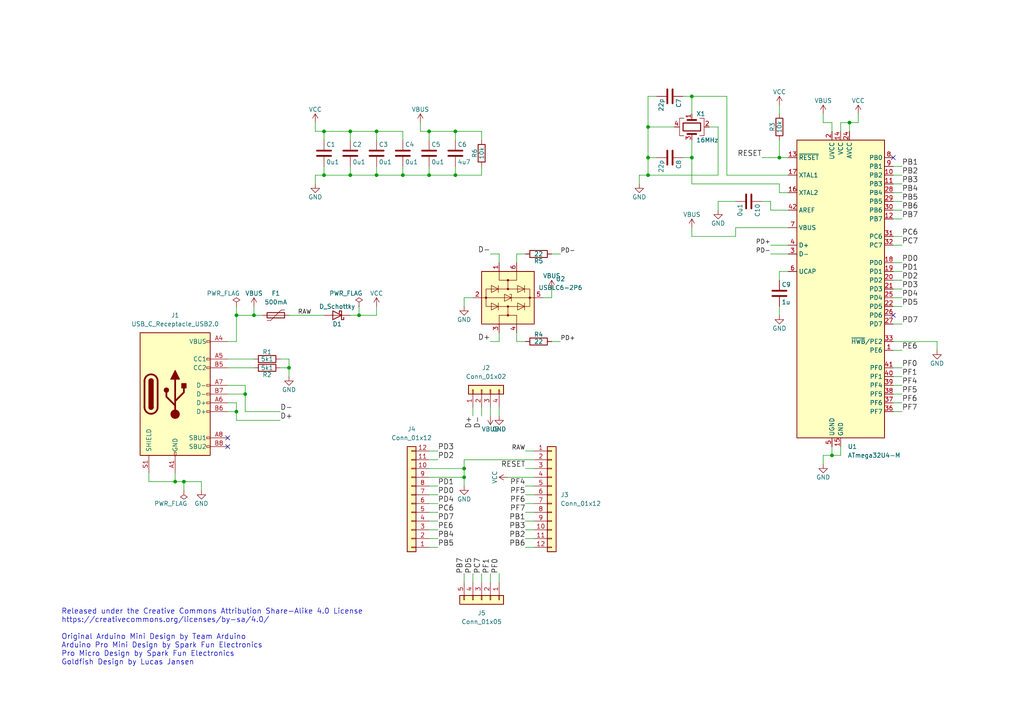
<source format=kicad_sch>
(kicad_sch (version 20231120) (generator "eeschema") (generator_version "8.0")
  (paper "A4")
  (title_block (title "Goldfish v2") (date "2022-05-24") (rev "0"))
  (lib_symbols
    (symbol "Connector:USB_C_Receptacle_USB2.0" (pin_names (offset 1.016))
      (property "Reference" "J" (at -10.16 19.05 0))
      (property "Value" "USB_C_Receptacle_USB2.0" (at 19.05 19.05 0))
      (symbol "USB_C_Receptacle_USB2.0_0_0"
        (rectangle (start -0.254 -17.78) (end 0.254 -16.764))
        (rectangle (start 10.16 -14.986) (end 9.144 -15.494))
        (rectangle (start 10.16 -12.446) (end 9.144 -12.954))
        (rectangle (start 10.16 -4.826) (end 9.144 -5.334))
        (rectangle (start 10.16 -2.286) (end 9.144 -2.794))
        (rectangle (start 10.16 0.254) (end 9.144 -0.254))
        (rectangle (start 10.16 2.794) (end 9.144 2.286))
        (rectangle (start 10.16 7.874) (end 9.144 7.366))
        (rectangle (start 10.16 10.414) (end 9.144 9.906))
        (rectangle (start 10.16 15.494) (end 9.144 14.986))
      )
      (symbol "USB_C_Receptacle_USB2.0_0_1"
        (rectangle (start -10.16 17.78) (end 10.16 -17.78) (stroke (width 0.254)) (fill (type background)))
        (arc (start -8.89 -3.81) (mid -6.985 -5.7067) (end -5.08 -3.81) (stroke (width 0.508)))
        (arc (start -7.62 -3.81) (mid -6.985 -4.4423) (end -6.35 -3.81) (stroke (width 0.254)))
        (arc (start -7.62 -3.81) (mid -6.985 -4.4423) (end -6.35 -3.81) (stroke (width 0.254)) (fill (type outline)))
        (rectangle (start -7.62 -3.81) (end -6.35 3.81) (stroke (width 0.254)) (fill (type outline)))
        (arc (start -6.35 3.81) (mid -6.985 4.4423) (end -7.62 3.81) (stroke (width 0.254)))
        (arc (start -6.35 3.81) (mid -6.985 4.4423) (end -7.62 3.81) (stroke (width 0.254)) (fill (type outline)))
        (arc (start -5.08 3.81) (mid -6.985 5.7067) (end -8.89 3.81) (stroke (width 0.508)))
        (circle (center -2.54 1.143) (radius 0.635) (stroke (width 0.254)) (fill (type outline)))
        (circle (center 0 -5.842) (radius 1.27) (fill (type outline)))
        (polyline (pts (xy -8.89 -3.81) (xy -8.89 3.81)) (stroke (width 0.508)))
        (polyline (pts (xy -5.08 3.81) (xy -5.08 -3.81)) (stroke (width 0.508)))
        (polyline (pts (xy 0 -5.842) (xy 0 4.318)) (stroke (width 0.508)))
        (polyline (pts (xy 0 -3.302) (xy -2.54 -0.762) (xy -2.54 0.508)) (stroke (width 0.508)))
        (polyline (pts (xy 0 -2.032) (xy 2.54 0.508) (xy 2.54 1.778)) (stroke (width 0.508)))
        (polyline (pts (xy -1.27 4.318) (xy 0 6.858) (xy 1.27 4.318) (xy -1.27 4.318)) (stroke (width 0.254)) (fill (type outline)))
        (rectangle (start 1.905 1.778) (end 3.175 3.048) (stroke (width 0.254)) (fill (type outline)))
      )
      (symbol "USB_C_Receptacle_USB2.0_1_1"
        (pin passive line (at 0 -22.86 90) (length 5.08) (name "GND") (number "A1"))
        (pin passive line (at 0 -22.86 90) (length 5.08) hide (name "GND") (number "A12"))
        (pin passive line (at 15.24 15.24 180) (length 5.08) (name "VBUS") (number "A4"))
        (pin bidirectional line (at 15.24 10.16 180) (length 5.08) (name "CC1") (number "A5"))
        (pin bidirectional line (at 15.24 -2.54 180) (length 5.08) (name "D+") (number "A6"))
        (pin bidirectional line (at 15.24 2.54 180) (length 5.08) (name "D-") (number "A7"))
        (pin bidirectional line (at 15.24 -12.7 180) (length 5.08) (name "SBU1") (number "A8"))
        (pin passive line (at 15.24 15.24 180) (length 5.08) hide (name "VBUS") (number "A9"))
        (pin passive line (at 0 -22.86 90) (length 5.08) hide (name "GND") (number "B1"))
        (pin passive line (at 0 -22.86 90) (length 5.08) hide (name "GND") (number "B12"))
        (pin passive line (at 15.24 15.24 180) (length 5.08) hide (name "VBUS") (number "B4"))
        (pin bidirectional line (at 15.24 7.62 180) (length 5.08) (name "CC2") (number "B5"))
        (pin bidirectional line (at 15.24 -5.08 180) (length 5.08) (name "D+") (number "B6"))
        (pin bidirectional line (at 15.24 0 180) (length 5.08) (name "D-") (number "B7"))
        (pin bidirectional line (at 15.24 -15.24 180) (length 5.08) (name "SBU2") (number "B8"))
        (pin passive line (at 15.24 15.24 180) (length 5.08) hide (name "VBUS") (number "B9"))
        (pin passive line (at -7.62 -22.86 90) (length 5.08) (name "SHIELD") (number "S1"))
      )
    )
    (symbol "Connector_Generic:Conn_01x04" (pin_names (offset 1.016) hide)
      (property "Reference" "J" (at 0 5.08 0))
      (property "Value" "Conn_01x04" (at 0 -7.62 0))
      (symbol "Conn_01x04_1_1"
        (rectangle (start -1.27 -4.953) (end 0 -5.207) (stroke (width 0.1524)))
        (rectangle (start -1.27 -2.413) (end 0 -2.667) (stroke (width 0.1524)))
        (rectangle (start -1.27 0.127) (end 0 -0.127) (stroke (width 0.1524)))
        (rectangle (start -1.27 2.667) (end 0 2.413) (stroke (width 0.1524)))
        (rectangle (start -1.27 3.81) (end 1.27 -6.35) (stroke (width 0.254)) (fill (type background)))
        (pin passive line (at -5.08 2.54 0) (length 3.81) (name "Pin_1") (number "1"))
        (pin passive line (at -5.08 0 0) (length 3.81) (name "Pin_2") (number "2"))
        (pin passive line (at -5.08 -2.54 0) (length 3.81) (name "Pin_3") (number "3"))
        (pin passive line (at -5.08 -5.08 0) (length 3.81) (name "Pin_4") (number "4"))
      )
    )
    (symbol "Connector_Generic:Conn_01x05" (pin_names (offset 1.016) hide)
      (property "Reference" "J" (at 0 7.62 0))
      (property "Value" "Conn_01x05" (at 0 -7.62 0))
      (symbol "Conn_01x05_1_1"
        (rectangle (start -1.27 -4.953) (end 0 -5.207) (stroke (width 0.1524)))
        (rectangle (start -1.27 -2.413) (end 0 -2.667) (stroke (width 0.1524)))
        (rectangle (start -1.27 0.127) (end 0 -0.127) (stroke (width 0.1524)))
        (rectangle (start -1.27 2.667) (end 0 2.413) (stroke (width 0.1524)))
        (rectangle (start -1.27 5.207) (end 0 4.953) (stroke (width 0.1524)))
        (rectangle (start -1.27 6.35) (end 1.27 -6.35) (stroke (width 0.254)) (fill (type background)))
        (pin passive line (at -5.08 5.08 0) (length 3.81) (name "Pin_1") (number "1"))
        (pin passive line (at -5.08 2.54 0) (length 3.81) (name "Pin_2") (number "2"))
        (pin passive line (at -5.08 0 0) (length 3.81) (name "Pin_3") (number "3"))
        (pin passive line (at -5.08 -2.54 0) (length 3.81) (name "Pin_4") (number "4"))
        (pin passive line (at -5.08 -5.08 0) (length 3.81) (name "Pin_5") (number "5"))
      )
    )
    (symbol "Connector_Generic:Conn_01x12" (pin_names (offset 1.016) hide)
      (property "Reference" "J" (at 0 15.24 0))
      (property "Value" "Conn_01x12" (at 0 -17.78 0))
      (symbol "Conn_01x12_1_1"
        (rectangle (start -1.27 -15.113) (end 0 -15.367) (stroke (width 0.1524)))
        (rectangle (start -1.27 -12.573) (end 0 -12.827) (stroke (width 0.1524)))
        (rectangle (start -1.27 -10.033) (end 0 -10.287) (stroke (width 0.1524)))
        (rectangle (start -1.27 -7.493) (end 0 -7.747) (stroke (width 0.1524)))
        (rectangle (start -1.27 -4.953) (end 0 -5.207) (stroke (width 0.1524)))
        (rectangle (start -1.27 -2.413) (end 0 -2.667) (stroke (width 0.1524)))
        (rectangle (start -1.27 0.127) (end 0 -0.127) (stroke (width 0.1524)))
        (rectangle (start -1.27 2.667) (end 0 2.413) (stroke (width 0.1524)))
        (rectangle (start -1.27 5.207) (end 0 4.953) (stroke (width 0.1524)))
        (rectangle (start -1.27 7.747) (end 0 7.493) (stroke (width 0.1524)))
        (rectangle (start -1.27 10.287) (end 0 10.033) (stroke (width 0.1524)))
        (rectangle (start -1.27 12.827) (end 0 12.573) (stroke (width 0.1524)))
        (rectangle (start -1.27 13.97) (end 1.27 -16.51) (stroke (width 0.254)) (fill (type background)))
        (pin passive line (at -5.08 12.7 0) (length 3.81) (name "Pin_1") (number "1"))
        (pin passive line (at -5.08 -10.16 0) (length 3.81) (name "Pin_10") (number "10"))
        (pin passive line (at -5.08 -12.7 0) (length 3.81) (name "Pin_11") (number "11"))
        (pin passive line (at -5.08 -15.24 0) (length 3.81) (name "Pin_12") (number "12"))
        (pin passive line (at -5.08 10.16 0) (length 3.81) (name "Pin_2") (number "2"))
        (pin passive line (at -5.08 7.62 0) (length 3.81) (name "Pin_3") (number "3"))
        (pin passive line (at -5.08 5.08 0) (length 3.81) (name "Pin_4") (number "4"))
        (pin passive line (at -5.08 2.54 0) (length 3.81) (name "Pin_5") (number "5"))
        (pin passive line (at -5.08 0 0) (length 3.81) (name "Pin_6") (number "6"))
        (pin passive line (at -5.08 -2.54 0) (length 3.81) (name "Pin_7") (number "7"))
        (pin passive line (at -5.08 -5.08 0) (length 3.81) (name "Pin_8") (number "8"))
        (pin passive line (at -5.08 -7.62 0) (length 3.81) (name "Pin_9") (number "9"))
      )
    )
    (symbol "Device:C" (pin_numbers hide) (pin_names (offset 0.254))
      (property "Reference" "C" (at 0.635 2.54 0))
      (property "Value" "C" (at 0.635 -2.54 0))
      (symbol "C_0_1"
        (polyline (pts (xy -2.032 -0.762) (xy 2.032 -0.762)) (stroke (width 0.508)))
        (polyline (pts (xy -2.032 0.762) (xy 2.032 0.762)) (stroke (width 0.508)))
      )
      (symbol "C_1_1"
        (pin passive line (at 0 3.81 270) (length 2.794) (name "~") (number "1"))
        (pin passive line (at 0 -3.81 90) (length 2.794) (name "~") (number "2"))
      )
    )
    (symbol "Device:Crystal_GND24" (pin_names (offset 1.016) hide)
      (property "Reference" "Y" (at 3.175 5.08 0))
      (property "Value" "Crystal_GND24" (at 3.175 3.175 0))
      (symbol "Crystal_GND24_0_1"
        (rectangle (start -1.143 2.54) (end 1.143 -2.54) (stroke (width 0.3048)))
        (polyline (pts (xy -2.54 0) (xy -2.032 0)))
        (polyline (pts (xy -2.032 -1.27) (xy -2.032 1.27)) (stroke (width 0.508)))
        (polyline (pts (xy 0 -3.81) (xy 0 -3.556)))
        (polyline (pts (xy 0 3.556) (xy 0 3.81)))
        (polyline (pts (xy 2.032 -1.27) (xy 2.032 1.27)) (stroke (width 0.508)))
        (polyline (pts (xy 2.032 0) (xy 2.54 0)))
        (polyline (pts (xy -2.54 -2.286) (xy -2.54 -3.556) (xy 2.54 -3.556) (xy 2.54 -2.286)))
        (polyline (pts (xy -2.54 2.286) (xy -2.54 3.556) (xy 2.54 3.556) (xy 2.54 2.286)))
      )
      (symbol "Crystal_GND24_1_1"
        (pin passive line (at -3.81 0 0) (length 1.27) (name "1") (number "1"))
        (pin passive line (at 0 5.08 270) (length 1.27) (name "2") (number "2"))
        (pin passive line (at 3.81 0 180) (length 1.27) (name "3") (number "3"))
        (pin passive line (at 0 -5.08 90) (length 1.27) (name "4") (number "4"))
      )
    )
    (symbol "Device:D_Schottky" (pin_numbers hide) (pin_names (offset 1.016) hide)
      (property "Reference" "D" (at 0 2.54 0))
      (property "Value" "D_Schottky" (at 0 -2.54 0))
      (symbol "D_Schottky_0_1"
        (polyline (pts (xy 1.27 0) (xy -1.27 0)))
        (polyline (pts (xy 1.27 1.27) (xy 1.27 -1.27) (xy -1.27 0) (xy 1.27 1.27)) (stroke (width 0.254)))
        (polyline (pts (xy -1.905 0.635) (xy -1.905 1.27) (xy -1.27 1.27) (xy -1.27 -1.27) (xy -0.635 -1.27) (xy -0.635 -0.635)) (stroke (width 0.254)))
      )
      (symbol "D_Schottky_1_1"
        (pin passive line (at -3.81 0 0) (length 2.54) (name "K") (number "1"))
        (pin passive line (at 3.81 0 180) (length 2.54) (name "A") (number "2"))
      )
    )
    (symbol "Device:Polyfuse" (pin_numbers hide) (pin_names (offset 0))
      (property "Reference" "F" (at -2.54 0 90))
      (property "Value" "Polyfuse" (at 2.54 0 90))
      (symbol "Polyfuse_0_1"
        (rectangle (start -0.762 2.54) (end 0.762 -2.54) (stroke (width 0.254)))
        (polyline (pts (xy 0 2.54) (xy 0 -2.54)))
        (polyline (pts (xy -1.524 2.54) (xy -1.524 1.524) (xy 1.524 -1.524) (xy 1.524 -2.54)))
      )
      (symbol "Polyfuse_1_1"
        (pin passive line (at 0 3.81 270) (length 1.27) (name "~") (number "1"))
        (pin passive line (at 0 -3.81 90) (length 1.27) (name "~") (number "2"))
      )
    )
    (symbol "Device:R" (pin_numbers hide) (pin_names (offset 0))
      (property "Reference" "R" (at 2.032 0 90))
      (property "Value" "R" (at 0 0 90))
      (symbol "R_0_1"
        (rectangle (start -1.016 -2.54) (end 1.016 2.54) (stroke (width 0.254)))
      )
      (symbol "R_1_1"
        (pin passive line (at 0 3.81 270) (length 1.27) (name "~") (number "1"))
        (pin passive line (at 0 -3.81 90) (length 1.27) (name "~") (number "2"))
      )
    )
    (symbol "MCU_Microchip_ATmega:ATmega32U4-M"
      (property "Reference" "U" (at -12.7 44.45 0))
      (property "Value" "ATmega32U4-M" (at 2.54 -44.45 0))
      (symbol "ATmega32U4-M_0_1"
        (rectangle (start -12.7 -43.18) (end 12.7 43.18) (stroke (width 0.254)) (fill (type background)))
      )
      (symbol "ATmega32U4-M_1_1"
        (pin bidirectional line (at 15.24 -17.78 180) (length 2.54) (name "PE6") (number "1"))
        (pin bidirectional line (at 15.24 33.02 180) (length 2.54) (name "PB2") (number "10"))
        (pin bidirectional line (at 15.24 30.48 180) (length 2.54) (name "PB3") (number "11"))
        (pin bidirectional line (at 15.24 20.32 180) (length 2.54) (name "PB7") (number "12"))
        (pin input line (at -15.24 38.1 0) (length 2.54) (name "~{RESET}") (number "13"))
        (pin power_in line (at 0 45.72 270) (length 2.54) (name "VCC") (number "14"))
        (pin power_in line (at 0 -45.72 90) (length 2.54) (name "GND") (number "15"))
        (pin output line (at -15.24 27.94 0) (length 2.54) (name "XTAL2") (number "16"))
        (pin input line (at -15.24 33.02 0) (length 2.54) (name "XTAL1") (number "17"))
        (pin bidirectional line (at 15.24 7.62 180) (length 2.54) (name "PD0") (number "18"))
        (pin bidirectional line (at 15.24 5.08 180) (length 2.54) (name "PD1") (number "19"))
        (pin power_in line (at -2.54 45.72 270) (length 2.54) (name "UVCC") (number "2"))
        (pin bidirectional line (at 15.24 2.54 180) (length 2.54) (name "PD2") (number "20"))
        (pin bidirectional line (at 15.24 0 180) (length 2.54) (name "PD3") (number "21"))
        (pin bidirectional line (at 15.24 -5.08 180) (length 2.54) (name "PD5") (number "22"))
        (pin passive line (at 0 -45.72 90) (length 2.54) hide (name "GND") (number "23"))
        (pin power_in line (at 2.54 45.72 270) (length 2.54) (name "AVCC") (number "24"))
        (pin bidirectional line (at 15.24 -2.54 180) (length 2.54) (name "PD4") (number "25"))
        (pin bidirectional line (at 15.24 -7.62 180) (length 2.54) (name "PD6") (number "26"))
        (pin bidirectional line (at 15.24 -10.16 180) (length 2.54) (name "PD7") (number "27"))
        (pin bidirectional line (at 15.24 27.94 180) (length 2.54) (name "PB4") (number "28"))
        (pin bidirectional line (at 15.24 25.4 180) (length 2.54) (name "PB5") (number "29"))
        (pin bidirectional line (at -15.24 10.16 0) (length 2.54) (name "D-") (number "3"))
        (pin bidirectional line (at 15.24 22.86 180) (length 2.54) (name "PB6") (number "30"))
        (pin bidirectional line (at 15.24 15.24 180) (length 2.54) (name "PC6") (number "31"))
        (pin bidirectional line (at 15.24 12.7 180) (length 2.54) (name "PC7") (number "32"))
        (pin bidirectional line (at 15.24 -15.24 180) (length 2.54) (name "~{HWB}/PE2") (number "33"))
        (pin passive line (at 0 45.72 270) (length 2.54) hide (name "VCC") (number "34"))
        (pin passive line (at 0 -45.72 90) (length 2.54) hide (name "GND") (number "35"))
        (pin bidirectional line (at 15.24 -35.56 180) (length 2.54) (name "PF7") (number "36"))
        (pin bidirectional line (at 15.24 -33.02 180) (length 2.54) (name "PF6") (number "37"))
        (pin bidirectional line (at 15.24 -30.48 180) (length 2.54) (name "PF5") (number "38"))
        (pin bidirectional line (at 15.24 -27.94 180) (length 2.54) (name "PF4") (number "39"))
        (pin bidirectional line (at -15.24 12.7 0) (length 2.54) (name "D+") (number "4"))
        (pin bidirectional line (at 15.24 -25.4 180) (length 2.54) (name "PF1") (number "40"))
        (pin bidirectional line (at 15.24 -22.86 180) (length 2.54) (name "PF0") (number "41"))
        (pin passive line (at -15.24 22.86 0) (length 2.54) (name "AREF") (number "42"))
        (pin passive line (at 0 -45.72 90) (length 2.54) hide (name "GND") (number "43"))
        (pin passive line (at 2.54 45.72 270) (length 2.54) hide (name "AVCC") (number "44"))
        (pin passive line (at 0 -45.72 90) (length 2.54) hide (name "GND") (number "45"))
        (pin passive line (at -2.54 -45.72 90) (length 2.54) (name "UGND") (number "5"))
        (pin passive line (at -15.24 5.08 0) (length 2.54) (name "UCAP") (number "6"))
        (pin input line (at -15.24 17.78 0) (length 2.54) (name "VBUS") (number "7"))
        (pin bidirectional line (at 15.24 38.1 180) (length 2.54) (name "PB0") (number "8"))
        (pin bidirectional line (at 15.24 35.56 180) (length 2.54) (name "PB1") (number "9"))
      )
    )
    (symbol "Power_Protection:USBLC6-2P6" (pin_names hide)
      (property "Reference" "U" (at 2.54 8.89 0))
      (property "Value" "USBLC6-2P6" (at 2.54 -8.89 0))
      (symbol "USBLC6-2P6_0_1"
        (rectangle (start -7.62 -7.62) (end 7.62 7.62) (stroke (width 0.254)) (fill (type background)))
        (circle (center -5.08 0) (radius 0.254) (fill (type outline)))
        (circle (center -2.54 0) (radius 0.254) (fill (type outline)))
        (rectangle (start -2.54 6.35) (end 2.54 -6.35))
        (circle (center 0 -6.35) (radius 0.254) (fill (type outline)))
        (polyline (pts (xy -5.08 -2.54) (xy -7.62 -2.54)))
        (polyline (pts (xy -5.08 0) (xy -5.08 -2.54)))
        (polyline (pts (xy -5.08 2.54) (xy -7.62 2.54)))
        (polyline (pts (xy -1.524 -2.794) (xy -3.556 -2.794)))
        (polyline (pts (xy -1.524 4.826) (xy -3.556 4.826)))
        (polyline (pts (xy 0 -7.62) (xy 0 -6.35)))
        (polyline (pts (xy 0 -6.35) (xy 0 1.27)))
        (polyline (pts (xy 0 1.27) (xy 0 6.35)))
        (polyline (pts (xy 0 6.35) (xy 0 7.62)))
        (polyline (pts (xy 1.524 -2.794) (xy 3.556 -2.794)))
        (polyline (pts (xy 1.524 4.826) (xy 3.556 4.826)))
        (polyline (pts (xy 5.08 -2.54) (xy 7.62 -2.54)))
        (polyline (pts (xy 5.08 0) (xy 5.08 -2.54)))
        (polyline (pts (xy 5.08 2.54) (xy 7.62 2.54)))
        (polyline (pts (xy -2.54 0) (xy -5.08 0) (xy -5.08 2.54)))
        (polyline (pts (xy 2.54 0) (xy 5.08 0) (xy 5.08 2.54)))
        (polyline (pts (xy -3.556 -4.826) (xy -1.524 -4.826) (xy -2.54 -2.794) (xy -3.556 -4.826)))
        (polyline (pts (xy -3.556 2.794) (xy -1.524 2.794) (xy -2.54 4.826) (xy -3.556 2.794)))
        (polyline (pts (xy -1.016 -1.016) (xy 1.016 -1.016) (xy 0 1.016) (xy -1.016 -1.016)))
        (polyline (pts (xy 1.016 1.016) (xy 0.762 1.016) (xy -1.016 1.016) (xy -1.016 0.508)))
        (polyline (pts (xy 3.556 -4.826) (xy 1.524 -4.826) (xy 2.54 -2.794) (xy 3.556 -4.826)))
        (polyline (pts (xy 3.556 2.794) (xy 1.524 2.794) (xy 2.54 4.826) (xy 3.556 2.794)))
        (circle (center 0 6.35) (radius 0.254) (fill (type outline)))
        (circle (center 2.54 0) (radius 0.254) (fill (type outline)))
        (circle (center 5.08 0) (radius 0.254) (fill (type outline)))
      )
      (symbol "USBLC6-2P6_1_1"
        (pin passive line (at -10.16 -2.54 0) (length 2.54) (name "I/O1") (number "1"))
        (pin passive line (at 0 -10.16 90) (length 2.54) (name "GND") (number "2"))
        (pin passive line (at 10.16 -2.54 180) (length 2.54) (name "I/O2") (number "3"))
        (pin passive line (at 10.16 2.54 180) (length 2.54) (name "I/O2") (number "4"))
        (pin passive line (at 0 10.16 270) (length 2.54) (name "VBUS") (number "5"))
        (pin passive line (at -10.16 2.54 0) (length 2.54) (name "I/O1") (number "6"))
      )
    )
    (symbol "power:GND" (power) (pin_names (offset 0))
      (property "Value" "GND" (at 0 -3.81 0))
      (symbol "GND_0_1"
        (polyline (pts (xy 0 0) (xy 0 -1.27) (xy 1.27 -1.27) (xy 0 -2.54) (xy -1.27 -1.27) (xy 0 -1.27)))
      )
      (symbol "GND_1_1"
        (pin power_in line (at 0 0 270) (length 0) hide (name "GND") (number "1"))
      )
    )
    (symbol "power:PWR_FLAG" (power) (pin_numbers hide) (pin_names (offset 0) hide)
      (property "Value" "PWR_FLAG" (at 0 3.81 0))
      (symbol "PWR_FLAG_0_0"
        (pin power_out line (at 0 0 90) (length 0) (name "pwr") (number "1"))
      )
      (symbol "PWR_FLAG_0_1"
        (polyline (pts (xy 0 0) (xy 0 1.27) (xy -1.016 1.905) (xy 0 2.54) (xy 1.016 1.905) (xy 0 1.27)))
      )
    )
    (symbol "power:VBUS" (power) (pin_names (offset 0))
      (property "Value" "VBUS" (at 0 3.81 0))
      (symbol "VBUS_0_1"
        (polyline (pts (xy -0.762 1.27) (xy 0 2.54)))
        (polyline (pts (xy 0 0) (xy 0 2.54)))
        (polyline (pts (xy 0 2.54) (xy 0.762 1.27)))
      )
      (symbol "VBUS_1_1"
        (pin power_in line (at 0 0 90) (length 0) hide (name "VBUS") (number "1"))
      )
    )
    (symbol "power:VCC" (power) (pin_names (offset 0))
      (property "Value" "VCC" (at 0 3.81 0))
      (symbol "VCC_0_1"
        (polyline (pts (xy -0.762 1.27) (xy 0 2.54)))
        (polyline (pts (xy 0 0) (xy 0 2.54)))
        (polyline (pts (xy 0 2.54) (xy 0.762 1.27)))
      )
      (symbol "VCC_1_1"
        (pin power_in line (at 0 0 90) (length 0) hide (name "VCC") (number "1"))
      )
    )
  )
  (junction (at 101.6 38.1))
  (junction (at 134.62 135.89))
  (junction (at 187.96 45.72))
  (junction (at 246.38 35.56))
  (junction (at 68.58 91.44))
  (junction (at 109.22 38.1))
  (junction (at 53.34 139.7))
  (junction (at 109.22 50.8))
  (junction (at 104.14 91.44))
  (junction (at 200.66 45.72))
  (junction (at 73.66 91.44))
  (junction (at 132.08 38.1))
  (junction (at 83.82 106.68))
  (junction (at 241.3 132.08))
  (junction (at 71.12 114.3))
  (junction (at 134.62 138.43))
  (junction (at 93.98 50.8))
  (junction (at 68.58 119.38))
  (junction (at 132.08 50.8))
  (junction (at 124.46 38.1))
  (junction (at 200.66 27.94))
  (junction (at 187.96 36.83))
  (junction (at 226.06 45.72))
  (junction (at 50.8 139.7))
  (junction (at 187.96 50.8))
  (junction (at 101.6 50.8))
  (junction (at 124.46 50.8))
  (junction (at 93.98 38.1))
  (junction (at 116.84 50.8))
  (no_connect (at 259.08 45.72))
  (no_connect (at 66.04 127))
  (no_connect (at 259.08 91.44))
  (no_connect (at 66.04 129.54))
  (wire (pts (xy 139.7 40.64) (xy 139.7 38.1)))
  (wire (pts (xy 139.7 166.37) (xy 139.7 168.91)))
  (wire (pts (xy 243.84 35.56) (xy 243.84 38.1)))
  (wire (pts (xy 124.46 50.8) (xy 132.08 50.8)))
  (wire (pts (xy 139.7 50.8) (xy 132.08 50.8)))
  (wire (pts (xy 259.08 55.88) (xy 261.62 55.88)))
  (wire (pts (xy 238.76 134.62) (xy 238.76 132.08)))
  (wire (pts (xy 187.96 50.8) (xy 208.28 50.8)))
  (wire (pts (xy 152.4 151.13) (xy 154.94 151.13)))
  (wire (pts (xy 73.66 91.44) (xy 76.2 91.44)))
  (wire (pts (xy 81.28 106.68) (xy 83.82 106.68)))
  (wire (pts (xy 142.24 118.11) (xy 142.24 120.65)))
  (wire (pts (xy 71.12 114.3) (xy 66.04 114.3)))
  (wire (pts (xy 101.6 50.8) (xy 101.6 48.26)))
  (wire (pts (xy 187.96 45.72) (xy 190.5 45.72)))
  (wire (pts (xy 226.06 33.02) (xy 226.06 30.48)))
  (wire (pts (xy 144.78 166.37) (xy 144.78 168.91)))
  (wire (pts (xy 259.08 78.74) (xy 261.62 78.74)))
  (wire (pts (xy 200.66 45.72) (xy 200.66 53.34)))
  (wire (pts (xy 134.62 133.35) (xy 134.62 135.89)))
  (wire (pts (xy 109.22 38.1) (xy 109.22 40.64)))
  (wire (pts (xy 226.06 55.88) (xy 228.6 55.88)))
  (wire (pts (xy 226.06 88.9) (xy 226.06 91.44)))
  (wire (pts (xy 259.08 50.8) (xy 261.62 50.8)))
  (wire (pts (xy 208.28 50.8) (xy 208.28 36.83)))
  (wire (pts (xy 124.46 158.75) (xy 127 158.75)))
  (wire (pts (xy 68.58 99.06) (xy 66.04 99.06)))
  (wire (pts (xy 71.12 119.38) (xy 81.28 119.38)))
  (wire (pts (xy 66.04 111.76) (xy 71.12 111.76)))
  (wire (pts (xy 149.86 76.2) (xy 149.86 73.66)))
  (wire (pts (xy 241.3 38.1) (xy 241.3 35.56)))
  (wire (pts (xy 200.66 66.04) (xy 200.66 68.58)))
  (wire (pts (xy 185.42 50.8) (xy 187.96 50.8)))
  (wire (pts (xy 259.08 106.68) (xy 261.62 106.68)))
  (wire (pts (xy 208.28 58.42) (xy 208.28 60.96)))
  (wire (pts (xy 134.62 168.91) (xy 134.62 166.37)))
  (wire (pts (xy 198.12 45.72) (xy 200.66 45.72)))
  (wire (pts (xy 259.08 53.34) (xy 261.62 53.34)))
  (wire (pts (xy 124.46 156.21) (xy 127 156.21)))
  (wire (pts (xy 68.58 116.84) (xy 68.58 119.38)))
  (wire (pts (xy 50.8 139.7) (xy 50.8 137.16)))
  (wire (pts (xy 66.04 119.38) (xy 68.58 119.38)))
  (wire (pts (xy 43.18 137.16) (xy 43.18 139.7)))
  (wire (pts (xy 241.3 132.08) (xy 243.84 132.08)))
  (wire (pts (xy 259.08 58.42) (xy 261.62 58.42)))
  (wire (pts (xy 116.84 50.8) (xy 124.46 50.8)))
  (wire (pts (xy 83.82 104.14) (xy 81.28 104.14)))
  (wire (pts (xy 226.06 45.72) (xy 228.6 45.72)))
  (wire (pts (xy 71.12 114.3) (xy 71.12 119.38)))
  (wire (pts (xy 71.12 111.76) (xy 71.12 114.3)))
  (wire (pts (xy 109.22 50.8) (xy 109.22 48.26)))
  (wire (pts (xy 271.78 99.06) (xy 271.78 101.6)))
  (wire (pts (xy 68.58 121.92) (xy 81.28 121.92)))
  (wire (pts (xy 259.08 111.76) (xy 261.62 111.76)))
  (wire (pts (xy 208.28 58.42) (xy 213.36 58.42)))
  (wire (pts (xy 246.38 35.56) (xy 246.38 38.1)))
  (wire (pts (xy 259.08 71.12) (xy 261.62 71.12)))
  (wire (pts (xy 238.76 35.56) (xy 238.76 33.02)))
  (wire (pts (xy 243.84 132.08) (xy 243.84 129.54)))
  (wire (pts (xy 152.4 158.75) (xy 154.94 158.75)))
  (wire (pts (xy 142.24 73.66) (xy 144.78 73.66)))
  (wire (pts (xy 68.58 119.38) (xy 68.58 121.92)))
  (wire (pts (xy 259.08 68.58) (xy 261.62 68.58)))
  (wire (pts (xy 93.98 48.26) (xy 93.98 50.8)))
  (wire (pts (xy 50.8 139.7) (xy 53.34 139.7)))
  (wire (pts (xy 210.82 27.94) (xy 200.66 27.94)))
  (wire (pts (xy 124.46 40.64) (xy 124.46 38.1)))
  (wire (pts (xy 152.4 140.97) (xy 154.94 140.97)))
  (wire (pts (xy 124.46 143.51) (xy 127 143.51)))
  (wire (pts (xy 259.08 101.6) (xy 261.62 101.6)))
  (wire (pts (xy 144.78 118.11) (xy 144.78 120.65)))
  (wire (pts (xy 241.3 132.08) (xy 241.3 129.54)))
  (wire (pts (xy 91.44 50.8) (xy 93.98 50.8)))
  (wire (pts (xy 101.6 38.1) (xy 101.6 40.64)))
  (wire (pts (xy 195.58 36.83) (xy 187.96 36.83)))
  (wire (pts (xy 66.04 106.68) (xy 73.66 106.68)))
  (wire (pts (xy 53.34 139.7) (xy 53.34 142.24)))
  (wire (pts (xy 83.82 104.14) (xy 83.82 106.68)))
  (wire (pts (xy 93.98 50.8) (xy 101.6 50.8)))
  (wire (pts (xy 259.08 116.84) (xy 261.62 116.84)))
  (wire (pts (xy 134.62 133.35) (xy 154.94 133.35)))
  (wire (pts (xy 200.66 27.94) (xy 200.66 33.02)))
  (wire (pts (xy 259.08 48.26) (xy 261.62 48.26)))
  (wire (pts (xy 238.76 132.08) (xy 241.3 132.08)))
  (wire (pts (xy 259.08 60.96) (xy 261.62 60.96)))
  (wire (pts (xy 137.16 168.91) (xy 137.16 166.37)))
  (wire (pts (xy 210.82 27.94) (xy 210.82 50.8)))
  (wire (pts (xy 160.02 83.82) (xy 160.02 86.36)))
  (wire (pts (xy 259.08 88.9) (xy 261.62 88.9)))
  (wire (pts (xy 259.08 76.2) (xy 261.62 76.2)))
  (wire (pts (xy 152.4 153.67) (xy 154.94 153.67)))
  (wire (pts (xy 144.78 99.06) (xy 144.78 96.52)))
  (wire (pts (xy 223.52 60.96) (xy 228.6 60.96)))
  (wire (pts (xy 116.84 50.8) (xy 116.84 48.26)))
  (wire (pts (xy 223.52 60.96) (xy 223.52 58.42)))
  (wire (pts (xy 109.22 38.1) (xy 116.84 38.1)))
  (wire (pts (xy 226.06 40.64) (xy 226.06 45.72)))
  (wire (pts (xy 228.6 71.12) (xy 223.52 71.12)))
  (wire (pts (xy 68.58 91.44) (xy 73.66 91.44)))
  (wire (pts (xy 200.66 40.64) (xy 200.66 45.72)))
  (wire (pts (xy 91.44 50.8) (xy 91.44 53.34)))
  (wire (pts (xy 139.7 38.1) (xy 132.08 38.1)))
  (wire (pts (xy 121.92 38.1) (xy 124.46 38.1)))
  (wire (pts (xy 228.6 66.04) (xy 213.36 66.04)))
  (wire (pts (xy 124.46 133.35) (xy 127 133.35)))
  (wire (pts (xy 149.86 73.66) (xy 152.4 73.66)))
  (wire (pts (xy 142.24 99.06) (xy 144.78 99.06)))
  (wire (pts (xy 187.96 27.94) (xy 187.96 36.83)))
  (wire (pts (xy 132.08 50.8) (xy 132.08 48.26)))
  (wire (pts (xy 144.78 73.66) (xy 144.78 76.2)))
  (wire (pts (xy 259.08 119.38) (xy 261.62 119.38)))
  (wire (pts (xy 58.42 139.7) (xy 58.42 142.24)))
  (wire (pts (xy 124.46 38.1) (xy 132.08 38.1)))
  (wire (pts (xy 124.46 151.13) (xy 127 151.13)))
  (wire (pts (xy 134.62 138.43) (xy 124.46 138.43)))
  (wire (pts (xy 104.14 88.9) (xy 104.14 91.44)))
  (wire (pts (xy 83.82 106.68) (xy 83.82 109.22)))
  (wire (pts (xy 124.46 153.67) (xy 127 153.67)))
  (wire (pts (xy 152.4 148.59) (xy 154.94 148.59)))
  (wire (pts (xy 259.08 93.98) (xy 261.62 93.98)))
  (wire (pts (xy 160.02 73.66) (xy 162.56 73.66)))
  (wire (pts (xy 124.46 146.05) (xy 127 146.05)))
  (wire (pts (xy 101.6 38.1) (xy 109.22 38.1)))
  (wire (pts (xy 187.96 45.72) (xy 187.96 50.8)))
  (wire (pts (xy 53.34 139.7) (xy 58.42 139.7)))
  (wire (pts (xy 68.58 91.44) (xy 68.58 99.06)))
  (wire (pts (xy 152.4 156.21) (xy 154.94 156.21)))
  (wire (pts (xy 93.98 38.1) (xy 93.98 40.64)))
  (wire (pts (xy 208.28 36.83) (xy 205.74 36.83)))
  (wire (pts (xy 139.7 118.11) (xy 139.7 120.65)))
  (wire (pts (xy 213.36 66.04) (xy 213.36 68.58)))
  (wire (pts (xy 134.62 135.89) (xy 134.62 138.43)))
  (wire (pts (xy 243.84 35.56) (xy 246.38 35.56)))
  (wire (pts (xy 124.46 135.89) (xy 134.62 135.89)))
  (wire (pts (xy 190.5 27.94) (xy 187.96 27.94)))
  (wire (pts (xy 259.08 83.82) (xy 261.62 83.82)))
  (wire (pts (xy 124.46 50.8) (xy 124.46 48.26)))
  (wire (pts (xy 246.38 35.56) (xy 248.92 35.56)))
  (wire (pts (xy 226.06 78.74) (xy 228.6 78.74)))
  (wire (pts (xy 91.44 38.1) (xy 93.98 38.1)))
  (wire (pts (xy 121.92 38.1) (xy 121.92 35.56)))
  (wire (pts (xy 104.14 91.44) (xy 109.22 91.44)))
  (wire (pts (xy 228.6 73.66) (xy 223.52 73.66)))
  (wire (pts (xy 259.08 99.06) (xy 271.78 99.06)))
  (wire (pts (xy 152.4 135.89) (xy 154.94 135.89)))
  (wire (pts (xy 259.08 63.5) (xy 261.62 63.5)))
  (wire (pts (xy 152.4 143.51) (xy 154.94 143.51)))
  (wire (pts (xy 101.6 91.44) (xy 104.14 91.44)))
  (wire (pts (xy 187.96 36.83) (xy 187.96 45.72)))
  (wire (pts (xy 66.04 116.84) (xy 68.58 116.84)))
  (wire (pts (xy 73.66 91.44) (xy 73.66 88.9)))
  (wire (pts (xy 43.18 139.7) (xy 50.8 139.7)))
  (wire (pts (xy 149.86 99.06) (xy 152.4 99.06)))
  (wire (pts (xy 91.44 38.1) (xy 91.44 35.56)))
  (wire (pts (xy 152.4 130.81) (xy 154.94 130.81)))
  (wire (pts (xy 93.98 38.1) (xy 101.6 38.1)))
  (wire (pts (xy 185.42 50.8) (xy 185.42 53.34)))
  (wire (pts (xy 142.24 168.91) (xy 142.24 166.37)))
  (wire (pts (xy 259.08 109.22) (xy 261.62 109.22)))
  (wire (pts (xy 241.3 35.56) (xy 238.76 35.56)))
  (wire (pts (xy 157.48 86.36) (xy 160.02 86.36)))
  (wire (pts (xy 160.02 99.06) (xy 162.56 99.06)))
  (wire (pts (xy 134.62 86.36) (xy 134.62 88.9)))
  (wire (pts (xy 248.92 35.56) (xy 248.92 33.02)))
  (wire (pts (xy 124.46 148.59) (xy 127 148.59)))
  (wire (pts (xy 109.22 91.44) (xy 109.22 88.9)))
  (wire (pts (xy 66.04 104.14) (xy 73.66 104.14)))
  (wire (pts (xy 83.82 91.44) (xy 93.98 91.44)))
  (wire (pts (xy 259.08 81.28) (xy 261.62 81.28)))
  (wire (pts (xy 220.98 45.72) (xy 226.06 45.72)))
  (wire (pts (xy 147.32 138.43) (xy 154.94 138.43)))
  (wire (pts (xy 223.52 58.42) (xy 220.98 58.42)))
  (wire (pts (xy 68.58 88.9) (xy 68.58 91.44)))
  (wire (pts (xy 198.12 27.94) (xy 200.66 27.94)))
  (wire (pts (xy 226.06 78.74) (xy 226.06 81.28)))
  (wire (pts (xy 139.7 48.26) (xy 139.7 50.8)))
  (wire (pts (xy 116.84 38.1) (xy 116.84 40.64)))
  (wire (pts (xy 149.86 96.52) (xy 149.86 99.06)))
  (wire (pts (xy 109.22 50.8) (xy 116.84 50.8)))
  (wire (pts (xy 134.62 138.43) (xy 134.62 140.97)))
  (wire (pts (xy 226.06 53.34) (xy 226.06 55.88)))
  (wire (pts (xy 137.16 86.36) (xy 134.62 86.36)))
  (wire (pts (xy 259.08 114.3) (xy 261.62 114.3)))
  (wire (pts (xy 124.46 130.81) (xy 127 130.81)))
  (wire (pts (xy 200.66 53.34) (xy 226.06 53.34)))
  (wire (pts (xy 152.4 146.05) (xy 154.94 146.05)))
  (wire (pts (xy 124.46 140.97) (xy 127 140.97)))
  (wire (pts (xy 213.36 68.58) (xy 200.66 68.58)))
  (wire (pts (xy 210.82 50.8) (xy 228.6 50.8)))
  (wire (pts (xy 101.6 50.8) (xy 109.22 50.8)))
  (wire (pts (xy 137.16 118.11) (xy 137.16 120.65)))
  (wire (pts (xy 259.08 86.36) (xy 261.62 86.36)))
  (wire (pts (xy 132.08 38.1) (xy 132.08 40.64)))
  (text "Released under the Creative Commons Attribution Share-Alike 4.0 License\nhttps://creativecommons.org/licenses/by-sa/4.0/\n\nOriginal Arduino Mini Design by Team Arduino\nArduino Pro Mini Design by Spark Fun Electronics\nPro Micro Design by Spark Fun Electronics\nGoldfish Design by Lucas Jansen" (at 17.78 193.04 0) (effects (font (size 1.524 1.524)) (justify left bottom)))
  (label "PB1" (at 152.4 151.13 180) (effects (font (size 1.524 1.524))))
  (label "PC7" (at 261.62 71.12 0) (effects (font (size 1.524 1.524))))
  (label "RAW" (at 152.4 130.81 180))
  (label "PB4" (at 127 156.21 0) (effects (font (size 1.524 1.524))))
  (label "PD5" (at 137.16 166.37 90) (effects (font (size 1.524 1.524))))
  (label "PD7" (at 261.62 93.98 0) (effects (font (size 1.524 1.524))))
  (label "PB3" (at 152.4 153.67 180) (effects (font (size 1.524 1.524))))
  (label "PD4" (at 261.62 86.36 0) (effects (font (size 1.524 1.524))))
  (label "D-" (at 142.24 73.66 180) (effects (font (size 1.524 1.524))))
  (label "PB6" (at 152.4 158.75 180) (effects (font (size 1.524 1.524))))
  (label "PB1" (at 261.62 48.26 0) (effects (font (size 1.524 1.524))))
  (label "PC7" (at 139.7 166.37 90) (effects (font (size 1.524 1.524))))
  (label "PB4" (at 261.62 55.88 0) (effects (font (size 1.524 1.524))))
  (label "PD+" (at 223.52 71.12 180))
  (label "PD5" (at 261.62 88.9 0) (effects (font (size 1.524 1.524))))
  (label "PB5" (at 127 158.75 0) (effects (font (size 1.524 1.524))))
  (label "PF7" (at 261.62 119.38 0) (effects (font (size 1.524 1.524))))
  (label "PD0" (at 127 143.51 0) (effects (font (size 1.524 1.524))))
  (label "PF5" (at 152.4 143.51 180) (effects (font (size 1.524 1.524))))
  (label "RESET" (at 152.4 135.89 180) (effects (font (size 1.524 1.524))))
  (label "PD3" (at 261.62 83.82 0) (effects (font (size 1.524 1.524))))
  (label "PF0" (at 144.78 166.37 90) (effects (font (size 1.524 1.524))))
  (label "PD3" (at 127 130.81 0) (effects (font (size 1.524 1.524))))
  (label "PF0" (at 261.62 106.68 0) (effects (font (size 1.524 1.524))))
  (label "D-" (at 139.7 120.65 270) (effects (font (size 1.524 1.524))))
  (label "PC6" (at 127 148.59 0) (effects (font (size 1.524 1.524))))
  (label "PE6" (at 127 153.67 0) (effects (font (size 1.524 1.524))))
  (label "PD-" (at 223.52 73.66 180))
  (label "RESET" (at 220.98 45.72 180) (effects (font (size 1.524 1.524))))
  (label "D-" (at 81.28 119.38 0) (effects (font (size 1.524 1.524))))
  (label "PB7" (at 134.62 166.37 90) (effects (font (size 1.524 1.524))))
  (label "PF6" (at 152.4 146.05 180) (effects (font (size 1.524 1.524))))
  (label "PB7" (at 261.62 63.5 0) (effects (font (size 1.524 1.524))))
  (label "D+" (at 137.16 120.65 270) (effects (font (size 1.524 1.524))))
  (label "PB5" (at 261.62 58.42 0) (effects (font (size 1.524 1.524))))
  (label "PE6" (at 261.62 101.6 0) (effects (font (size 1.524 1.524))))
  (label "PD7" (at 127 151.13 0) (effects (font (size 1.524 1.524))))
  (label "PF7" (at 152.4 148.59 180) (effects (font (size 1.524 1.524))))
  (label "PD2" (at 261.62 81.28 0) (effects (font (size 1.524 1.524))))
  (label "PD1" (at 127 140.97 0) (effects (font (size 1.524 1.524))))
  (label "PB3" (at 261.62 53.34 0) (effects (font (size 1.524 1.524))))
  (label "PC6" (at 261.62 68.58 0) (effects (font (size 1.524 1.524))))
  (label "PD-" (at 162.56 73.66 0))
  (label "PF1" (at 142.24 166.37 90) (effects (font (size 1.524 1.524))))
  (label "PF4" (at 152.4 140.97 180) (effects (font (size 1.524 1.524))))
  (label "PD+" (at 162.56 99.06 0))
  (label "PD0" (at 261.62 76.2 0) (effects (font (size 1.524 1.524))))
  (label "PD1" (at 261.62 78.74 0) (effects (font (size 1.524 1.524))))
  (label "RAW" (at 86.36 91.44 0))
  (label "PB2" (at 261.62 50.8 0) (effects (font (size 1.524 1.524))))
  (label "PF5" (at 261.62 114.3 0) (effects (font (size 1.524 1.524))))
  (label "PD4" (at 127 146.05 0) (effects (font (size 1.524 1.524))))
  (label "PF4" (at 261.62 111.76 0) (effects (font (size 1.524 1.524))))
  (label "PD2" (at 127 133.35 0) (effects (font (size 1.524 1.524))))
  (label "D+" (at 142.24 99.06 180) (effects (font (size 1.524 1.524))))
  (label "PB6" (at 261.62 60.96 0) (effects (font (size 1.524 1.524))))
  (label "PF6" (at 261.62 116.84 0) (effects (font (size 1.524 1.524))))
  (label "PF1" (at 261.62 109.22 0) (effects (font (size 1.524 1.524))))
  (label "PB2" (at 152.4 156.21 180) (effects (font (size 1.524 1.524))))
  (label "D+" (at 81.28 121.92 0) (effects (font (size 1.524 1.524))))
  (symbol (lib_id "power:GND") (at 134.62 140.97 0) (unit 1)
    (property "Reference" "#PWR0119" (effects (hide yes)))
    (property "Value" "GND" (at 134.62 144.78 0))
  )
  (symbol (lib_id "power:PWR_FLAG") (at 104.14 88.9 0) (unit 1)
    (property "Reference" "#FLG0102" (effects (hide yes)))
    (property "Value" "PWR_FLAG" (at 100.33 85.09 0))
  )
  (symbol (lib_id "Device:C") (at 194.31 27.94 270) (unit 1)
    (property "Reference" "C7" (at 196.85 28.575 0) (effects (justify left)))
    (property "Value" "22p" (at 191.77 28.575 0) (effects (justify left)))
    (property "Footprint" "Capacitor_SMD:C_0603_1608Metric" (effects (hide yes)))
  )
  (symbol (lib_id "MCU_Microchip_ATmega:ATmega32U4-M") (at 243.84 83.82 0) (unit 1)
    (property "Reference" "U1" (at 245.8594 129.54 0) (effects (justify left)))
    (property "Value" "ATmega32U4-M" (at 245.8594 132.08 0) (effects (justify left)))
    (property "Footprint" "Package_DFN_QFN:QFN-44-1EP_7x7mm_P0.5mm_EP5.2x5.2mm" (effects (hide yes)))
    (property "Datasheet" "http://ww1.microchip.com/downloads/en/DeviceDoc/Atmel-7766-8-bit-AVR-ATmega16U4-32U4_Datasheet.pdf" (effects (hide yes)))
  )
  (symbol (lib_id "power:PWR_FLAG") (at 53.34 142.24 180) (unit 1)
    (property "Reference" "#FLG0101" (effects (hide yes)))
    (property "Value" "PWR_FLAG" (at 49.53 146.05 0))
  )
  (symbol (lib_id "power:VBUS") (at 73.66 88.9 0) (unit 1)
    (property "Reference" "#PWR0107" (effects (hide yes)))
    (property "Value" "VBUS" (at 73.66 85.09 0))
  )
  (symbol (lib_id "power:VCC") (at 226.06 30.48 0) (unit 1)
    (property "Reference" "#PWR0115" (effects (hide yes)))
    (property "Value" "VCC" (at 226.06 26.67 0))
  )
  (symbol (lib_id "power:GND") (at 91.44 53.34 0) (unit 1)
    (property "Reference" "#PWR0104" (effects (hide yes)))
    (property "Value" "GND" (at 91.44 57.15 0))
  )
  (symbol (lib_id "power:VCC") (at 248.92 33.02 0) (unit 1)
    (property "Reference" "#PWR0114" (effects (hide yes)))
    (property "Value" "VCC" (at 248.92 29.21 0))
  )
  (symbol (lib_id "power:PWR_FLAG") (at 68.58 88.9 0) (unit 1)
    (property "Reference" "#FLG0103" (effects (hide yes)))
    (property "Value" "PWR_FLAG" (at 64.77 85.09 0))
  )
  (symbol (lib_id "power:GND") (at 208.28 60.96 0) (unit 1)
    (property "Reference" "#PWR0111" (effects (hide yes)))
    (property "Value" "GND" (at 208.28 64.77 0))
  )
  (symbol (lib_id "Device:C") (at 93.98 44.45 0) (unit 1)
    (property "Reference" "C1" (at 94.615 41.91 0) (effects (justify left)))
    (property "Value" "0u1" (at 94.615 46.99 0) (effects (justify left)))
    (property "Footprint" "Capacitor_SMD:C_0603_1608Metric" (effects (hide yes)))
  )
  (symbol (lib_id "power:VBUS") (at 200.66 66.04 0) (unit 1)
    (property "Reference" "#PWR0112" (effects (hide yes)))
    (property "Value" "VBUS" (at 200.66 62.23 0))
  )
  (symbol (lib_id "Connector_Generic:Conn_01x12") (at 119.38 146.05 180) (unit 1)
    (property "Reference" "J4" (at 119.38 124.46 0))
    (property "Value" "Conn_01x12" (at 119.38 127 0))
    (property "Footprint" "Goldfish Pins:Pins_x12_Castellated" (effects (hide yes)))
  )
  (symbol (lib_id "Device:R") (at 77.47 106.68 270) (unit 1)
    (property "Reference" "R2" (at 77.47 108.712 90))
    (property "Value" "5k1" (at 77.47 106.68 90))
    (property "Footprint" "Resistor_SMD:R_0603_1608Metric" (effects (hide yes)))
  )
  (symbol (lib_id "Device:C") (at 124.46 44.45 0) (unit 1)
    (property "Reference" "C5" (at 125.095 41.91 0) (effects (justify left)))
    (property "Value" "0u1" (at 125.095 46.99 0) (effects (justify left)))
    (property "Footprint" "Capacitor_SMD:C_0603_1608Metric" (effects (hide yes)))
  )
  (symbol (lib_id "Device:R") (at 139.7 44.45 180) (unit 1)
    (property "Reference" "R6" (at 137.668 44.45 90))
    (property "Value" "10k" (at 139.7 44.45 90))
    (property "Footprint" "Resistor_SMD:R_0603_1608Metric" (effects (hide yes)))
  )
  (symbol (lib_id "Device:C") (at 217.17 58.42 270) (unit 1)
    (property "Reference" "C10" (at 219.71 59.055 0) (effects (justify left)))
    (property "Value" "0u1" (at 214.63 59.055 0) (effects (justify left)))
    (property "Footprint" "Capacitor_SMD:C_0603_1608Metric" (effects (hide yes)))
  )
  (symbol (lib_id "Connector:USB_C_Receptacle_USB2.0") (at 50.8 114.3 0) (unit 1)
    (property "Reference" "J1" (at 50.8 91.44 0))
    (property "Value" "USB_C_Receptacle_USB2.0" (at 50.8 93.98 0))
    (property "Footprint" "Molex 216990_GCT USB45xx_HRO TYPE-C-31-M-13x:Molex-216990_GCT-USB45xx_HRO-TYPE-C-31-M-13x" (effects (hide yes)))
    (property "Datasheet" "https://www.usb.org/sites/default/files/documents/usb_type-c.zip" (effects (hide yes)))
  )
  (symbol (lib_id "power:VCC") (at 109.22 88.9 0) (unit 1)
    (property "Reference" "#PWR0105" (effects (hide yes)))
    (property "Value" "VCC" (at 109.22 85.09 0))
  )
  (symbol (lib_id "Device:R") (at 156.21 99.06 90) (unit 1)
    (property "Reference" "R4" (at 156.21 97.028 90))
    (property "Value" "22" (at 156.21 99.06 90))
    (property "Footprint" "Resistor_SMD:R_0603_1608Metric" (effects (hide yes)))
  )
  (symbol (lib_id "power:GND") (at 144.78 120.65 0) (unit 1)
    (property "Reference" "#PWR02" (effects (hide yes)))
    (property "Value" "GND" (at 144.78 124.46 0))
  )
  (symbol (lib_id "power:VBUS") (at 121.92 35.56 0) (unit 1)
    (property "Reference" "#PWR0101" (effects (hide yes)))
    (property "Value" "VBUS" (at 121.92 31.75 0))
  )
  (symbol (lib_id "power:GND") (at 58.42 142.24 0) (unit 1)
    (property "Reference" "#PWR0102" (effects (hide yes)))
    (property "Value" "GND" (at 58.42 146.05 0))
  )
  (symbol (lib_id "power:VBUS") (at 142.24 120.65 180) (unit 1)
    (property "Reference" "#PWR01" (effects (hide yes)))
    (property "Value" "VBUS" (at 142.24 124.46 0))
  )
  (symbol (lib_id "power:GND") (at 134.62 88.9 0) (unit 1)
    (property "Reference" "#PWR0121" (effects (hide yes)))
    (property "Value" "GND" (at 134.62 92.71 0))
  )
  (symbol (lib_id "Device:R") (at 226.06 36.83 180) (unit 1)
    (property "Reference" "R3" (at 224.028 36.83 90))
    (property "Value" "10k" (at 226.06 36.83 90))
    (property "Footprint" "Resistor_SMD:R_0603_1608Metric" (effects (hide yes)))
  )
  (symbol (lib_id "power:GND") (at 271.78 101.6 0) (unit 1)
    (property "Reference" "#PWR0117" (effects (hide yes)))
    (property "Value" "GND" (at 271.78 105.41 0))
  )
  (symbol (lib_id "power:VBUS") (at 238.76 33.02 0) (unit 1)
    (property "Reference" "#PWR0113" (effects (hide yes)))
    (property "Value" "VBUS" (at 238.76 29.21 0))
  )
  (symbol (lib_id "Device:Crystal_GND24") (at 200.66 36.83 270) (unit 1)
    (property "Reference" "X1" (at 201.93 33.02 90) (effects (justify left)))
    (property "Value" "16MHz" (at 201.93 40.64 90) (effects (justify left)))
    (property "Footprint" "Crystal:Crystal_SMD_SeikoEpson_FA238-4Pin_3.2x2.5mm" (effects (hide yes)))
  )
  (symbol (lib_id "power:VCC") (at 147.32 138.43 90) (unit 1)
    (property "Reference" "#PWR0109" (effects (hide yes)))
    (property "Value" "VCC" (at 143.51 138.43 0))
  )
  (symbol (lib_id "Device:C") (at 101.6 44.45 0) (unit 1)
    (property "Reference" "C2" (at 102.235 41.91 0) (effects (justify left)))
    (property "Value" "0u1" (at 102.235 46.99 0) (effects (justify left)))
    (property "Footprint" "Capacitor_SMD:C_0603_1608Metric" (effects (hide yes)))
  )
  (symbol (lib_id "Device:C") (at 116.84 44.45 0) (unit 1)
    (property "Reference" "C4" (at 117.475 41.91 0) (effects (justify left)))
    (property "Value" "0u1" (at 117.475 46.99 0) (effects (justify left)))
    (property "Footprint" "Capacitor_SMD:C_0603_1608Metric" (effects (hide yes)))
  )
  (symbol (lib_id "power:GND") (at 226.06 91.44 0) (unit 1)
    (property "Reference" "#PWR0118" (effects (hide yes)))
    (property "Value" "GND" (at 226.06 95.25 0))
  )
  (symbol (lib_id "power:VCC") (at 91.44 35.56 0) (unit 1)
    (property "Reference" "#PWR0103" (effects (hide yes)))
    (property "Value" "VCC" (at 91.44 31.75 0))
  )
  (symbol (lib_id "Device:D_Schottky") (at 97.79 91.44 180) (unit 1)
    (property "Reference" "D1" (at 97.79 93.98 0))
    (property "Value" "D_Schottky" (at 97.79 88.9 0))
    (property "Footprint" "Diode_SMD:D_SOD-123F" (effects (hide yes)))
  )
  (symbol (lib_id "Device:C") (at 226.06 85.09 0) (unit 1)
    (property "Reference" "C9" (at 226.695 82.55 0) (effects (justify left)))
    (property "Value" "1u" (at 226.695 87.63 0) (effects (justify left)))
    (property "Footprint" "Capacitor_SMD:C_0603_1608Metric" (effects (hide yes)))
  )
  (symbol (lib_id "Device:C") (at 109.22 44.45 0) (unit 1)
    (property "Reference" "C3" (at 109.855 41.91 0) (effects (justify left)))
    (property "Value" "0u1" (at 109.855 46.99 0) (effects (justify left)))
    (property "Footprint" "Capacitor_SMD:C_0603_1608Metric" (effects (hide yes)))
  )
  (symbol (lib_id "Device:Polyfuse") (at 80.01 91.44 90) (unit 1)
    (property "Reference" "F1" (at 80.01 85.09 90))
    (property "Value" "500mA" (at 80.01 87.63 90))
    (property "Footprint" "Fuse:Fuse_0805_2012Metric" (effects (hide yes)))
  )
  (symbol (lib_id "Connector_Generic:Conn_01x12") (at 160.02 143.51 0) (unit 1)
    (property "Reference" "J3" (at 162.56 143.5099 0) (effects (justify left)))
    (property "Value" "Conn_01x12" (at 162.56 146.0499 0) (effects (justify left)))
    (property "Footprint" "Goldfish Pins:Pins_x12_Castellated" (effects (hide yes)))
  )
  (symbol (lib_id "Connector_Generic:Conn_01x05") (at 139.7 173.99 270) (unit 1)
    (property "Reference" "J5" (at 139.7 177.8 90))
    (property "Value" "Conn_01x05" (at 139.7 180.34 90))
    (property "Footprint" "Goldfish Pins:Pins_x05_Castellated" (effects (hide yes)))
  )
  (symbol (lib_id "Device:C") (at 194.31 45.72 270) (unit 1)
    (property "Reference" "C8" (at 196.85 46.355 0) (effects (justify left)))
    (property "Value" "22p" (at 191.77 46.355 0) (effects (justify left)))
    (property "Footprint" "Capacitor_SMD:C_0603_1608Metric" (effects (hide yes)))
  )
  (symbol (lib_id "Device:R") (at 156.21 73.66 270) (unit 1)
    (property "Reference" "R5" (at 156.21 75.692 90))
    (property "Value" "22" (at 156.21 73.66 90))
    (property "Footprint" "Resistor_SMD:R_0603_1608Metric" (effects (hide yes)))
  )
  (symbol (lib_id "power:GND") (at 83.82 109.22 0) (unit 1)
    (property "Reference" "#PWR0106" (effects (hide yes)))
    (property "Value" "GND" (at 83.82 113.03 0))
  )
  (symbol (lib_id "power:GND") (at 238.76 134.62 0) (unit 1)
    (property "Reference" "#PWR0116" (effects (hide yes)))
    (property "Value" "GND" (at 238.76 138.43 0))
  )
  (symbol (lib_id "Device:R") (at 77.47 104.14 90) (unit 1)
    (property "Reference" "R1" (at 77.47 102.108 90))
    (property "Value" "5k1" (at 77.47 104.14 90))
    (property "Footprint" "Resistor_SMD:R_0603_1608Metric" (effects (hide yes)))
  )
  (symbol (lib_id "Device:C") (at 132.08 44.45 0) (unit 1)
    (property "Reference" "C6" (at 132.715 41.91 0) (effects (justify left)))
    (property "Value" "4u7" (at 132.715 46.99 0) (effects (justify left)))
    (property "Footprint" "Capacitor_SMD:C_0603_1608Metric" (effects (hide yes)))
  )
  (symbol (lib_id "Connector_Generic:Conn_01x04") (at 139.7 113.03 90) (unit 1)
    (property "Reference" "J2" (at 140.97 106.68 90))
    (property "Value" "Conn_01x02" (at 140.97 109.22 90))
    (property "Footprint" "Goldfish Pins:Pins_USB" (effects (hide yes)))
    (property "Description" "Generic connector, single row, 01x04, script generated (kicad-library-utils/schlib/autogen/connector/)" (effects (hide yes)))
  )
  (symbol (lib_id "power:GND") (at 185.42 53.34 0) (unit 1)
    (property "Reference" "#PWR0110" (effects (hide yes)))
    (property "Value" "GND" (at 185.42 57.15 0))
  )
  (symbol (lib_id "Power_Protection:USBLC6-2P6") (at 147.32 86.36 270) (unit 1)
    (property "Reference" "U2" (at 162.56 80.8988 90))
    (property "Value" "USBLC6-2P6" (at 162.56 83.4388 90))
    (property "Footprint" "Package_TO_SOT_SMD:SOT-666" (effects (hide yes)))
    (property "Datasheet" "https://www.st.com/resource/en/datasheet/usblc6-2.pdf" (effects (hide yes)))
  )
  (symbol (lib_id "power:VBUS") (at 160.02 83.82 0) (unit 1)
    (property "Reference" "#PWR0120" (effects (hide yes)))
    (property "Value" "VBUS" (at 160.02 80.01 0))
  )
)
</source>
